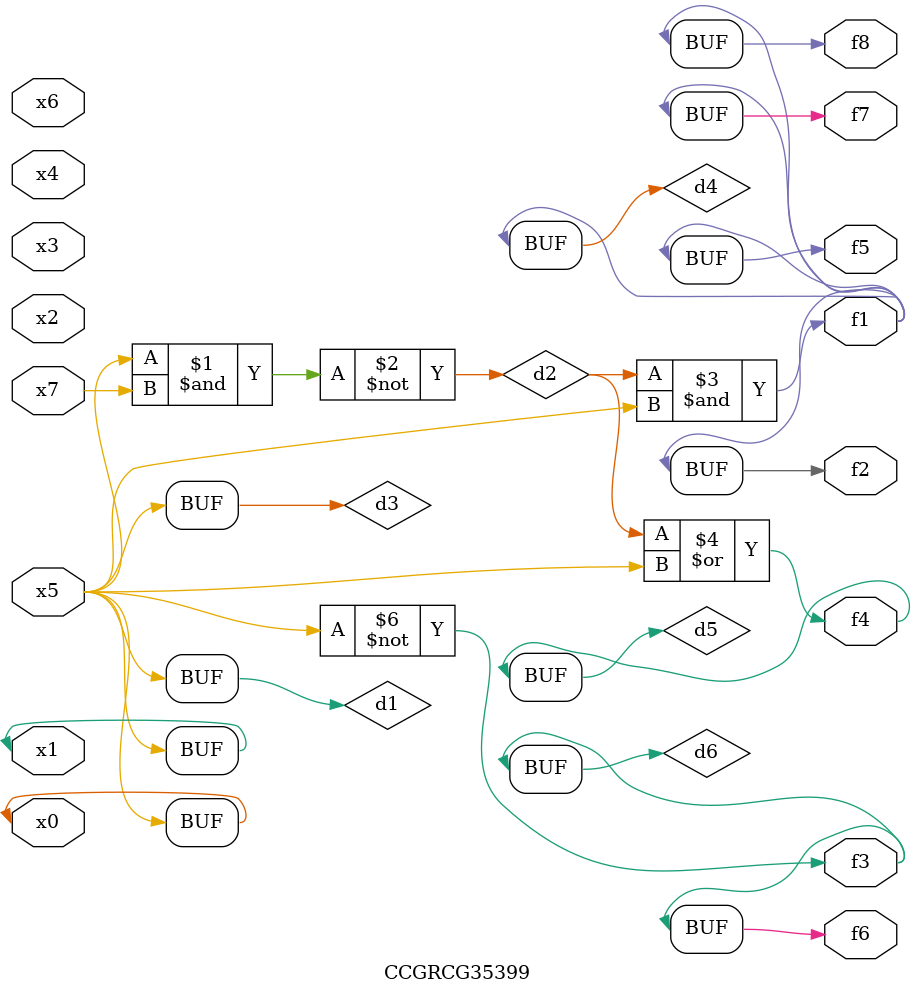
<source format=v>
module CCGRCG35399(
	input x0, x1, x2, x3, x4, x5, x6, x7,
	output f1, f2, f3, f4, f5, f6, f7, f8
);

	wire d1, d2, d3, d4, d5, d6;

	buf (d1, x0, x5);
	nand (d2, x5, x7);
	buf (d3, x0, x1);
	and (d4, d2, d3);
	or (d5, d2, d3);
	nor (d6, d1, d3);
	assign f1 = d4;
	assign f2 = d4;
	assign f3 = d6;
	assign f4 = d5;
	assign f5 = d4;
	assign f6 = d6;
	assign f7 = d4;
	assign f8 = d4;
endmodule

</source>
